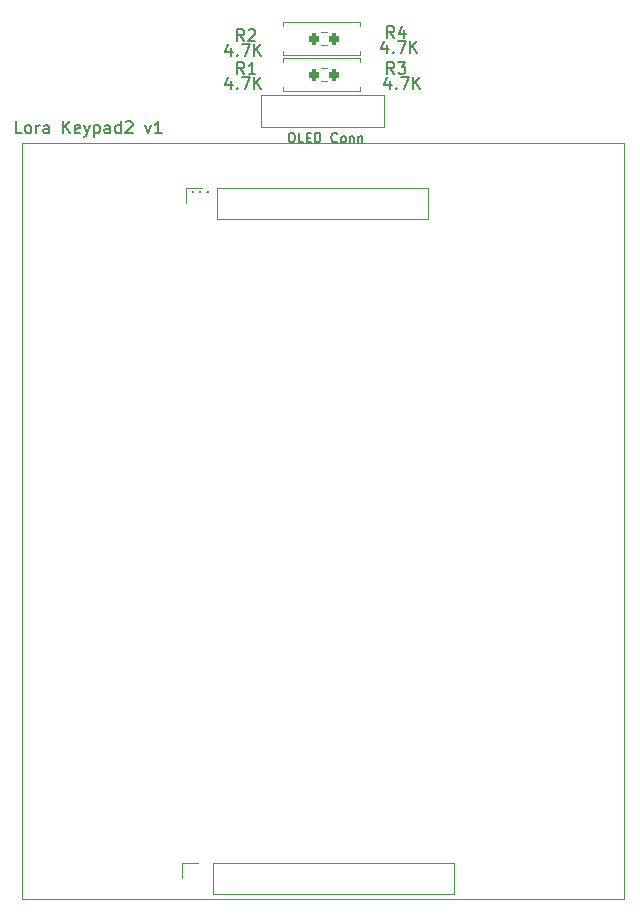
<source format=gbr>
%TF.GenerationSoftware,KiCad,Pcbnew,7.0.7*%
%TF.CreationDate,2023-09-12T20:42:17-04:00*%
%TF.ProjectId,Lora_Keypad2,4c6f7261-5f4b-4657-9970-6164322e6b69,v1*%
%TF.SameCoordinates,Original*%
%TF.FileFunction,Legend,Top*%
%TF.FilePolarity,Positive*%
%FSLAX46Y46*%
G04 Gerber Fmt 4.6, Leading zero omitted, Abs format (unit mm)*
G04 Created by KiCad (PCBNEW 7.0.7) date 2023-09-12 20:42:17*
%MOMM*%
%LPD*%
G01*
G04 APERTURE LIST*
G04 Aperture macros list*
%AMRoundRect*
0 Rectangle with rounded corners*
0 $1 Rounding radius*
0 $2 $3 $4 $5 $6 $7 $8 $9 X,Y pos of 4 corners*
0 Add a 4 corners polygon primitive as box body*
4,1,4,$2,$3,$4,$5,$6,$7,$8,$9,$2,$3,0*
0 Add four circle primitives for the rounded corners*
1,1,$1+$1,$2,$3*
1,1,$1+$1,$4,$5*
1,1,$1+$1,$6,$7*
1,1,$1+$1,$8,$9*
0 Add four rect primitives between the rounded corners*
20,1,$1+$1,$2,$3,$4,$5,0*
20,1,$1+$1,$4,$5,$6,$7,0*
20,1,$1+$1,$6,$7,$8,$9,0*
20,1,$1+$1,$8,$9,$2,$3,0*%
G04 Aperture macros list end*
%ADD10C,0.150000*%
%ADD11C,0.120000*%
%ADD12R,1.700000X1.700000*%
%ADD13O,1.700000X1.700000*%
%ADD14C,5.000000*%
%ADD15C,1.700000*%
%ADD16C,1.600000*%
%ADD17O,1.600000X1.600000*%
%ADD18RoundRect,0.200000X0.200000X0.275000X-0.200000X0.275000X-0.200000X-0.275000X0.200000X-0.275000X0*%
%ADD19C,1.727200*%
%ADD20R,1.600000X1.600000*%
G04 APERTURE END LIST*
D10*
X174294969Y-65401819D02*
X173818779Y-65401819D01*
X173818779Y-65401819D02*
X173818779Y-64401819D01*
X174771160Y-65401819D02*
X174675922Y-65354200D01*
X174675922Y-65354200D02*
X174628303Y-65306580D01*
X174628303Y-65306580D02*
X174580684Y-65211342D01*
X174580684Y-65211342D02*
X174580684Y-64925628D01*
X174580684Y-64925628D02*
X174628303Y-64830390D01*
X174628303Y-64830390D02*
X174675922Y-64782771D01*
X174675922Y-64782771D02*
X174771160Y-64735152D01*
X174771160Y-64735152D02*
X174914017Y-64735152D01*
X174914017Y-64735152D02*
X175009255Y-64782771D01*
X175009255Y-64782771D02*
X175056874Y-64830390D01*
X175056874Y-64830390D02*
X175104493Y-64925628D01*
X175104493Y-64925628D02*
X175104493Y-65211342D01*
X175104493Y-65211342D02*
X175056874Y-65306580D01*
X175056874Y-65306580D02*
X175009255Y-65354200D01*
X175009255Y-65354200D02*
X174914017Y-65401819D01*
X174914017Y-65401819D02*
X174771160Y-65401819D01*
X175533065Y-65401819D02*
X175533065Y-64735152D01*
X175533065Y-64925628D02*
X175580684Y-64830390D01*
X175580684Y-64830390D02*
X175628303Y-64782771D01*
X175628303Y-64782771D02*
X175723541Y-64735152D01*
X175723541Y-64735152D02*
X175818779Y-64735152D01*
X176580684Y-65401819D02*
X176580684Y-64878009D01*
X176580684Y-64878009D02*
X176533065Y-64782771D01*
X176533065Y-64782771D02*
X176437827Y-64735152D01*
X176437827Y-64735152D02*
X176247351Y-64735152D01*
X176247351Y-64735152D02*
X176152113Y-64782771D01*
X176580684Y-65354200D02*
X176485446Y-65401819D01*
X176485446Y-65401819D02*
X176247351Y-65401819D01*
X176247351Y-65401819D02*
X176152113Y-65354200D01*
X176152113Y-65354200D02*
X176104494Y-65258961D01*
X176104494Y-65258961D02*
X176104494Y-65163723D01*
X176104494Y-65163723D02*
X176152113Y-65068485D01*
X176152113Y-65068485D02*
X176247351Y-65020866D01*
X176247351Y-65020866D02*
X176485446Y-65020866D01*
X176485446Y-65020866D02*
X176580684Y-64973247D01*
X177818780Y-65401819D02*
X177818780Y-64401819D01*
X178390208Y-65401819D02*
X177961637Y-64830390D01*
X178390208Y-64401819D02*
X177818780Y-64973247D01*
X179199732Y-65354200D02*
X179104494Y-65401819D01*
X179104494Y-65401819D02*
X178914018Y-65401819D01*
X178914018Y-65401819D02*
X178818780Y-65354200D01*
X178818780Y-65354200D02*
X178771161Y-65258961D01*
X178771161Y-65258961D02*
X178771161Y-64878009D01*
X178771161Y-64878009D02*
X178818780Y-64782771D01*
X178818780Y-64782771D02*
X178914018Y-64735152D01*
X178914018Y-64735152D02*
X179104494Y-64735152D01*
X179104494Y-64735152D02*
X179199732Y-64782771D01*
X179199732Y-64782771D02*
X179247351Y-64878009D01*
X179247351Y-64878009D02*
X179247351Y-64973247D01*
X179247351Y-64973247D02*
X178771161Y-65068485D01*
X179580685Y-64735152D02*
X179818780Y-65401819D01*
X180056875Y-64735152D02*
X179818780Y-65401819D01*
X179818780Y-65401819D02*
X179723542Y-65639914D01*
X179723542Y-65639914D02*
X179675923Y-65687533D01*
X179675923Y-65687533D02*
X179580685Y-65735152D01*
X180437828Y-64735152D02*
X180437828Y-65735152D01*
X180437828Y-64782771D02*
X180533066Y-64735152D01*
X180533066Y-64735152D02*
X180723542Y-64735152D01*
X180723542Y-64735152D02*
X180818780Y-64782771D01*
X180818780Y-64782771D02*
X180866399Y-64830390D01*
X180866399Y-64830390D02*
X180914018Y-64925628D01*
X180914018Y-64925628D02*
X180914018Y-65211342D01*
X180914018Y-65211342D02*
X180866399Y-65306580D01*
X180866399Y-65306580D02*
X180818780Y-65354200D01*
X180818780Y-65354200D02*
X180723542Y-65401819D01*
X180723542Y-65401819D02*
X180533066Y-65401819D01*
X180533066Y-65401819D02*
X180437828Y-65354200D01*
X181771161Y-65401819D02*
X181771161Y-64878009D01*
X181771161Y-64878009D02*
X181723542Y-64782771D01*
X181723542Y-64782771D02*
X181628304Y-64735152D01*
X181628304Y-64735152D02*
X181437828Y-64735152D01*
X181437828Y-64735152D02*
X181342590Y-64782771D01*
X181771161Y-65354200D02*
X181675923Y-65401819D01*
X181675923Y-65401819D02*
X181437828Y-65401819D01*
X181437828Y-65401819D02*
X181342590Y-65354200D01*
X181342590Y-65354200D02*
X181294971Y-65258961D01*
X181294971Y-65258961D02*
X181294971Y-65163723D01*
X181294971Y-65163723D02*
X181342590Y-65068485D01*
X181342590Y-65068485D02*
X181437828Y-65020866D01*
X181437828Y-65020866D02*
X181675923Y-65020866D01*
X181675923Y-65020866D02*
X181771161Y-64973247D01*
X182675923Y-65401819D02*
X182675923Y-64401819D01*
X182675923Y-65354200D02*
X182580685Y-65401819D01*
X182580685Y-65401819D02*
X182390209Y-65401819D01*
X182390209Y-65401819D02*
X182294971Y-65354200D01*
X182294971Y-65354200D02*
X182247352Y-65306580D01*
X182247352Y-65306580D02*
X182199733Y-65211342D01*
X182199733Y-65211342D02*
X182199733Y-64925628D01*
X182199733Y-64925628D02*
X182247352Y-64830390D01*
X182247352Y-64830390D02*
X182294971Y-64782771D01*
X182294971Y-64782771D02*
X182390209Y-64735152D01*
X182390209Y-64735152D02*
X182580685Y-64735152D01*
X182580685Y-64735152D02*
X182675923Y-64782771D01*
X183104495Y-64497057D02*
X183152114Y-64449438D01*
X183152114Y-64449438D02*
X183247352Y-64401819D01*
X183247352Y-64401819D02*
X183485447Y-64401819D01*
X183485447Y-64401819D02*
X183580685Y-64449438D01*
X183580685Y-64449438D02*
X183628304Y-64497057D01*
X183628304Y-64497057D02*
X183675923Y-64592295D01*
X183675923Y-64592295D02*
X183675923Y-64687533D01*
X183675923Y-64687533D02*
X183628304Y-64830390D01*
X183628304Y-64830390D02*
X183056876Y-65401819D01*
X183056876Y-65401819D02*
X183675923Y-65401819D01*
X184771162Y-64735152D02*
X185009257Y-65401819D01*
X185009257Y-65401819D02*
X185247352Y-64735152D01*
X186152114Y-65401819D02*
X185580686Y-65401819D01*
X185866400Y-65401819D02*
X185866400Y-64401819D01*
X185866400Y-64401819D02*
X185771162Y-64544676D01*
X185771162Y-64544676D02*
X185675924Y-64639914D01*
X185675924Y-64639914D02*
X185580686Y-64687533D01*
X188785595Y-70309819D02*
X188785595Y-71119342D01*
X188785595Y-71119342D02*
X188833214Y-71214580D01*
X188833214Y-71214580D02*
X188880833Y-71262200D01*
X188880833Y-71262200D02*
X188976071Y-71309819D01*
X188976071Y-71309819D02*
X189166547Y-71309819D01*
X189166547Y-71309819D02*
X189261785Y-71262200D01*
X189261785Y-71262200D02*
X189309404Y-71214580D01*
X189309404Y-71214580D02*
X189357023Y-71119342D01*
X189357023Y-71119342D02*
X189357023Y-70309819D01*
X190357023Y-71309819D02*
X189785595Y-71309819D01*
X190071309Y-71309819D02*
X190071309Y-70309819D01*
X190071309Y-70309819D02*
X189976071Y-70452676D01*
X189976071Y-70452676D02*
X189880833Y-70547914D01*
X189880833Y-70547914D02*
X189785595Y-70595533D01*
X197072618Y-65394295D02*
X197224999Y-65394295D01*
X197224999Y-65394295D02*
X197301189Y-65432390D01*
X197301189Y-65432390D02*
X197377380Y-65508580D01*
X197377380Y-65508580D02*
X197415475Y-65660961D01*
X197415475Y-65660961D02*
X197415475Y-65927628D01*
X197415475Y-65927628D02*
X197377380Y-66080009D01*
X197377380Y-66080009D02*
X197301189Y-66156200D01*
X197301189Y-66156200D02*
X197224999Y-66194295D01*
X197224999Y-66194295D02*
X197072618Y-66194295D01*
X197072618Y-66194295D02*
X196996427Y-66156200D01*
X196996427Y-66156200D02*
X196920237Y-66080009D01*
X196920237Y-66080009D02*
X196882141Y-65927628D01*
X196882141Y-65927628D02*
X196882141Y-65660961D01*
X196882141Y-65660961D02*
X196920237Y-65508580D01*
X196920237Y-65508580D02*
X196996427Y-65432390D01*
X196996427Y-65432390D02*
X197072618Y-65394295D01*
X198139284Y-66194295D02*
X197758332Y-66194295D01*
X197758332Y-66194295D02*
X197758332Y-65394295D01*
X198405951Y-65775247D02*
X198672617Y-65775247D01*
X198786903Y-66194295D02*
X198405951Y-66194295D01*
X198405951Y-66194295D02*
X198405951Y-65394295D01*
X198405951Y-65394295D02*
X198786903Y-65394295D01*
X199129761Y-66194295D02*
X199129761Y-65394295D01*
X199129761Y-65394295D02*
X199320237Y-65394295D01*
X199320237Y-65394295D02*
X199434523Y-65432390D01*
X199434523Y-65432390D02*
X199510713Y-65508580D01*
X199510713Y-65508580D02*
X199548808Y-65584771D01*
X199548808Y-65584771D02*
X199586904Y-65737152D01*
X199586904Y-65737152D02*
X199586904Y-65851438D01*
X199586904Y-65851438D02*
X199548808Y-66003819D01*
X199548808Y-66003819D02*
X199510713Y-66080009D01*
X199510713Y-66080009D02*
X199434523Y-66156200D01*
X199434523Y-66156200D02*
X199320237Y-66194295D01*
X199320237Y-66194295D02*
X199129761Y-66194295D01*
X200996428Y-66118104D02*
X200958332Y-66156200D01*
X200958332Y-66156200D02*
X200844047Y-66194295D01*
X200844047Y-66194295D02*
X200767856Y-66194295D01*
X200767856Y-66194295D02*
X200653570Y-66156200D01*
X200653570Y-66156200D02*
X200577380Y-66080009D01*
X200577380Y-66080009D02*
X200539285Y-66003819D01*
X200539285Y-66003819D02*
X200501189Y-65851438D01*
X200501189Y-65851438D02*
X200501189Y-65737152D01*
X200501189Y-65737152D02*
X200539285Y-65584771D01*
X200539285Y-65584771D02*
X200577380Y-65508580D01*
X200577380Y-65508580D02*
X200653570Y-65432390D01*
X200653570Y-65432390D02*
X200767856Y-65394295D01*
X200767856Y-65394295D02*
X200844047Y-65394295D01*
X200844047Y-65394295D02*
X200958332Y-65432390D01*
X200958332Y-65432390D02*
X200996428Y-65470485D01*
X201453570Y-66194295D02*
X201377380Y-66156200D01*
X201377380Y-66156200D02*
X201339285Y-66118104D01*
X201339285Y-66118104D02*
X201301189Y-66041914D01*
X201301189Y-66041914D02*
X201301189Y-65813342D01*
X201301189Y-65813342D02*
X201339285Y-65737152D01*
X201339285Y-65737152D02*
X201377380Y-65699057D01*
X201377380Y-65699057D02*
X201453570Y-65660961D01*
X201453570Y-65660961D02*
X201567856Y-65660961D01*
X201567856Y-65660961D02*
X201644047Y-65699057D01*
X201644047Y-65699057D02*
X201682142Y-65737152D01*
X201682142Y-65737152D02*
X201720237Y-65813342D01*
X201720237Y-65813342D02*
X201720237Y-66041914D01*
X201720237Y-66041914D02*
X201682142Y-66118104D01*
X201682142Y-66118104D02*
X201644047Y-66156200D01*
X201644047Y-66156200D02*
X201567856Y-66194295D01*
X201567856Y-66194295D02*
X201453570Y-66194295D01*
X202063095Y-65660961D02*
X202063095Y-66194295D01*
X202063095Y-65737152D02*
X202101190Y-65699057D01*
X202101190Y-65699057D02*
X202177380Y-65660961D01*
X202177380Y-65660961D02*
X202291666Y-65660961D01*
X202291666Y-65660961D02*
X202367857Y-65699057D01*
X202367857Y-65699057D02*
X202405952Y-65775247D01*
X202405952Y-65775247D02*
X202405952Y-66194295D01*
X202786905Y-65660961D02*
X202786905Y-66194295D01*
X202786905Y-65737152D02*
X202825000Y-65699057D01*
X202825000Y-65699057D02*
X202901190Y-65660961D01*
X202901190Y-65660961D02*
X203015476Y-65660961D01*
X203015476Y-65660961D02*
X203091667Y-65699057D01*
X203091667Y-65699057D02*
X203129762Y-65775247D01*
X203129762Y-65775247D02*
X203129762Y-66194295D01*
X205827333Y-60398819D02*
X205494000Y-59922628D01*
X205255905Y-60398819D02*
X205255905Y-59398819D01*
X205255905Y-59398819D02*
X205636857Y-59398819D01*
X205636857Y-59398819D02*
X205732095Y-59446438D01*
X205732095Y-59446438D02*
X205779714Y-59494057D01*
X205779714Y-59494057D02*
X205827333Y-59589295D01*
X205827333Y-59589295D02*
X205827333Y-59732152D01*
X205827333Y-59732152D02*
X205779714Y-59827390D01*
X205779714Y-59827390D02*
X205732095Y-59875009D01*
X205732095Y-59875009D02*
X205636857Y-59922628D01*
X205636857Y-59922628D02*
X205255905Y-59922628D01*
X206160667Y-59398819D02*
X206779714Y-59398819D01*
X206779714Y-59398819D02*
X206446381Y-59779771D01*
X206446381Y-59779771D02*
X206589238Y-59779771D01*
X206589238Y-59779771D02*
X206684476Y-59827390D01*
X206684476Y-59827390D02*
X206732095Y-59875009D01*
X206732095Y-59875009D02*
X206779714Y-59970247D01*
X206779714Y-59970247D02*
X206779714Y-60208342D01*
X206779714Y-60208342D02*
X206732095Y-60303580D01*
X206732095Y-60303580D02*
X206684476Y-60351200D01*
X206684476Y-60351200D02*
X206589238Y-60398819D01*
X206589238Y-60398819D02*
X206303524Y-60398819D01*
X206303524Y-60398819D02*
X206208286Y-60351200D01*
X206208286Y-60351200D02*
X206160667Y-60303580D01*
X205478190Y-61002152D02*
X205478190Y-61668819D01*
X205240095Y-60621200D02*
X205002000Y-61335485D01*
X205002000Y-61335485D02*
X205621047Y-61335485D01*
X206002000Y-61573580D02*
X206049619Y-61621200D01*
X206049619Y-61621200D02*
X206002000Y-61668819D01*
X206002000Y-61668819D02*
X205954381Y-61621200D01*
X205954381Y-61621200D02*
X206002000Y-61573580D01*
X206002000Y-61573580D02*
X206002000Y-61668819D01*
X206382952Y-60668819D02*
X207049618Y-60668819D01*
X207049618Y-60668819D02*
X206621047Y-61668819D01*
X207430571Y-61668819D02*
X207430571Y-60668819D01*
X208001999Y-61668819D02*
X207573428Y-61097390D01*
X208001999Y-60668819D02*
X207430571Y-61240247D01*
X193127333Y-60398819D02*
X192794000Y-59922628D01*
X192555905Y-60398819D02*
X192555905Y-59398819D01*
X192555905Y-59398819D02*
X192936857Y-59398819D01*
X192936857Y-59398819D02*
X193032095Y-59446438D01*
X193032095Y-59446438D02*
X193079714Y-59494057D01*
X193079714Y-59494057D02*
X193127333Y-59589295D01*
X193127333Y-59589295D02*
X193127333Y-59732152D01*
X193127333Y-59732152D02*
X193079714Y-59827390D01*
X193079714Y-59827390D02*
X193032095Y-59875009D01*
X193032095Y-59875009D02*
X192936857Y-59922628D01*
X192936857Y-59922628D02*
X192555905Y-59922628D01*
X194079714Y-60398819D02*
X193508286Y-60398819D01*
X193794000Y-60398819D02*
X193794000Y-59398819D01*
X193794000Y-59398819D02*
X193698762Y-59541676D01*
X193698762Y-59541676D02*
X193603524Y-59636914D01*
X193603524Y-59636914D02*
X193508286Y-59684533D01*
X192016190Y-61002152D02*
X192016190Y-61668819D01*
X191778095Y-60621200D02*
X191540000Y-61335485D01*
X191540000Y-61335485D02*
X192159047Y-61335485D01*
X192540000Y-61573580D02*
X192587619Y-61621200D01*
X192587619Y-61621200D02*
X192540000Y-61668819D01*
X192540000Y-61668819D02*
X192492381Y-61621200D01*
X192492381Y-61621200D02*
X192540000Y-61573580D01*
X192540000Y-61573580D02*
X192540000Y-61668819D01*
X192920952Y-60668819D02*
X193587618Y-60668819D01*
X193587618Y-60668819D02*
X193159047Y-61668819D01*
X193968571Y-61668819D02*
X193968571Y-60668819D01*
X194539999Y-61668819D02*
X194111428Y-61097390D01*
X194539999Y-60668819D02*
X193968571Y-61240247D01*
X205827333Y-57350819D02*
X205494000Y-56874628D01*
X205255905Y-57350819D02*
X205255905Y-56350819D01*
X205255905Y-56350819D02*
X205636857Y-56350819D01*
X205636857Y-56350819D02*
X205732095Y-56398438D01*
X205732095Y-56398438D02*
X205779714Y-56446057D01*
X205779714Y-56446057D02*
X205827333Y-56541295D01*
X205827333Y-56541295D02*
X205827333Y-56684152D01*
X205827333Y-56684152D02*
X205779714Y-56779390D01*
X205779714Y-56779390D02*
X205732095Y-56827009D01*
X205732095Y-56827009D02*
X205636857Y-56874628D01*
X205636857Y-56874628D02*
X205255905Y-56874628D01*
X206684476Y-56684152D02*
X206684476Y-57350819D01*
X206446381Y-56303200D02*
X206208286Y-57017485D01*
X206208286Y-57017485D02*
X206827333Y-57017485D01*
X205224190Y-57954152D02*
X205224190Y-58620819D01*
X204986095Y-57573200D02*
X204748000Y-58287485D01*
X204748000Y-58287485D02*
X205367047Y-58287485D01*
X205748000Y-58525580D02*
X205795619Y-58573200D01*
X205795619Y-58573200D02*
X205748000Y-58620819D01*
X205748000Y-58620819D02*
X205700381Y-58573200D01*
X205700381Y-58573200D02*
X205748000Y-58525580D01*
X205748000Y-58525580D02*
X205748000Y-58620819D01*
X206128952Y-57620819D02*
X206795618Y-57620819D01*
X206795618Y-57620819D02*
X206367047Y-58620819D01*
X207176571Y-58620819D02*
X207176571Y-57620819D01*
X207747999Y-58620819D02*
X207319428Y-58049390D01*
X207747999Y-57620819D02*
X207176571Y-58192247D01*
X193127333Y-57604819D02*
X192794000Y-57128628D01*
X192555905Y-57604819D02*
X192555905Y-56604819D01*
X192555905Y-56604819D02*
X192936857Y-56604819D01*
X192936857Y-56604819D02*
X193032095Y-56652438D01*
X193032095Y-56652438D02*
X193079714Y-56700057D01*
X193079714Y-56700057D02*
X193127333Y-56795295D01*
X193127333Y-56795295D02*
X193127333Y-56938152D01*
X193127333Y-56938152D02*
X193079714Y-57033390D01*
X193079714Y-57033390D02*
X193032095Y-57081009D01*
X193032095Y-57081009D02*
X192936857Y-57128628D01*
X192936857Y-57128628D02*
X192555905Y-57128628D01*
X193508286Y-56700057D02*
X193555905Y-56652438D01*
X193555905Y-56652438D02*
X193651143Y-56604819D01*
X193651143Y-56604819D02*
X193889238Y-56604819D01*
X193889238Y-56604819D02*
X193984476Y-56652438D01*
X193984476Y-56652438D02*
X194032095Y-56700057D01*
X194032095Y-56700057D02*
X194079714Y-56795295D01*
X194079714Y-56795295D02*
X194079714Y-56890533D01*
X194079714Y-56890533D02*
X194032095Y-57033390D01*
X194032095Y-57033390D02*
X193460667Y-57604819D01*
X193460667Y-57604819D02*
X194079714Y-57604819D01*
X192016190Y-58208152D02*
X192016190Y-58874819D01*
X191778095Y-57827200D02*
X191540000Y-58541485D01*
X191540000Y-58541485D02*
X192159047Y-58541485D01*
X192540000Y-58779580D02*
X192587619Y-58827200D01*
X192587619Y-58827200D02*
X192540000Y-58874819D01*
X192540000Y-58874819D02*
X192492381Y-58827200D01*
X192492381Y-58827200D02*
X192540000Y-58779580D01*
X192540000Y-58779580D02*
X192540000Y-58874819D01*
X192920952Y-57874819D02*
X193587618Y-57874819D01*
X193587618Y-57874819D02*
X193159047Y-58874819D01*
X193968571Y-58874819D02*
X193968571Y-57874819D01*
X194539999Y-58874819D02*
X194111428Y-58303390D01*
X194539999Y-57874819D02*
X193968571Y-58446247D01*
D11*
%TO.C,U1*%
X174307500Y-66275000D02*
X174307500Y-130275000D01*
X174307500Y-66275000D02*
X225307500Y-66275000D01*
X187900000Y-127175000D02*
X189230000Y-127175000D01*
X187900000Y-128505000D02*
X187900000Y-127175000D01*
X188217500Y-70025000D02*
X189547500Y-70025000D01*
X188217500Y-71355000D02*
X188217500Y-70025000D01*
X190500000Y-127175000D02*
X210880000Y-127175000D01*
X190500000Y-129835000D02*
X190500000Y-127175000D01*
X190500000Y-129835000D02*
X210880000Y-129835000D01*
X190817500Y-70025000D02*
X208657500Y-70025000D01*
X190817500Y-72685000D02*
X190817500Y-70025000D01*
X190817500Y-72685000D02*
X208657500Y-72685000D01*
X208657500Y-72685000D02*
X208657500Y-70025000D01*
X210880000Y-129835000D02*
X210880000Y-127175000D01*
X225307500Y-66275000D02*
X225307500Y-130275000D01*
X225307500Y-130275000D02*
X174307500Y-130275000D01*
%TO.C,J1*%
X204961000Y-62140000D02*
X204961000Y-64860000D01*
X204961000Y-62140000D02*
X194581000Y-62140000D01*
X194581000Y-64860000D02*
X204961000Y-64860000D01*
X194581000Y-62140000D02*
X194581000Y-64860000D01*
%TO.C,R3*%
X202914000Y-61822000D02*
X196374000Y-61822000D01*
X202914000Y-61492000D02*
X202914000Y-61822000D01*
X202914000Y-59412000D02*
X202914000Y-59082000D01*
X202914000Y-59082000D02*
X196374000Y-59082000D01*
X196374000Y-61822000D02*
X196374000Y-61492000D01*
X196374000Y-59082000D02*
X196374000Y-59412000D01*
%TO.C,R1*%
X200135258Y-60974500D02*
X199660742Y-60974500D01*
X200135258Y-59929500D02*
X199660742Y-59929500D01*
%TO.C,R4*%
X202914000Y-58774000D02*
X196374000Y-58774000D01*
X202914000Y-58444000D02*
X202914000Y-58774000D01*
X202914000Y-56364000D02*
X202914000Y-56034000D01*
X202914000Y-56034000D02*
X196374000Y-56034000D01*
X196374000Y-58774000D02*
X196374000Y-58444000D01*
X196374000Y-56034000D02*
X196374000Y-56364000D01*
%TO.C,R2*%
X200135258Y-57926500D02*
X199660742Y-57926500D01*
X200135258Y-56881500D02*
X199660742Y-56881500D01*
%TD*%
%LPC*%
D12*
%TO.C,U1*%
X189547500Y-71355000D03*
D13*
X192087500Y-71355000D03*
X194627500Y-71355000D03*
X197167500Y-71355000D03*
X199707500Y-71355000D03*
X202247500Y-71355000D03*
X204787500Y-71355000D03*
X207327500Y-71355000D03*
D12*
X189230000Y-128505000D03*
D13*
X191770000Y-128505000D03*
X194310000Y-128505000D03*
X196850000Y-128505000D03*
X199390000Y-128505000D03*
X201930000Y-128505000D03*
X204470000Y-128505000D03*
X207010000Y-128505000D03*
X209550000Y-128505000D03*
%TD*%
D14*
%TO.C,J1*%
X211421000Y-63000000D03*
X188121000Y-63000000D03*
D15*
X195971000Y-63500000D03*
X198471000Y-63500000D03*
X201071000Y-63500000D03*
X203571000Y-63500000D03*
%TD*%
D16*
%TO.C,R3*%
X203454000Y-60452000D03*
D17*
X195834000Y-60452000D03*
%TD*%
D18*
%TO.C,R1*%
X200723000Y-60452000D03*
X199073000Y-60452000D03*
%TD*%
D16*
%TO.C,R4*%
X203454000Y-57404000D03*
D17*
X195834000Y-57404000D03*
%TD*%
D18*
%TO.C,R2*%
X200723000Y-57404000D03*
X199073000Y-57404000D03*
%TD*%
D19*
%TO.C,A2*%
X211551520Y-122326400D03*
X209550000Y-122326400D03*
X207551020Y-122326400D03*
X205549500Y-122326400D03*
X203550520Y-122326400D03*
X201551540Y-122326400D03*
X199550020Y-122326400D03*
X197551040Y-122326400D03*
X195549520Y-122326400D03*
X193550540Y-122326400D03*
X193550540Y-100330000D03*
X195549520Y-100330000D03*
X197551040Y-100330000D03*
X199550020Y-100330000D03*
X201551540Y-100330000D03*
X203550520Y-100330000D03*
X205549500Y-100330000D03*
X207551020Y-100330000D03*
X209550000Y-100330000D03*
X211551520Y-100330000D03*
%TD*%
D20*
%TO.C,A1*%
X218440000Y-95250000D03*
D16*
X215900000Y-95250000D03*
X213360000Y-95250000D03*
X210820000Y-95250000D03*
X208280000Y-95250000D03*
X205740000Y-95250000D03*
X203200000Y-95250000D03*
X200660000Y-95250000D03*
X198120000Y-95250000D03*
X195580000Y-95250000D03*
X193040000Y-95250000D03*
X190500000Y-95250000D03*
X187960000Y-95250000D03*
X185420000Y-95250000D03*
X182880000Y-95250000D03*
X180340000Y-95250000D03*
X180340000Y-74930000D03*
X182880000Y-74930000D03*
X185420000Y-74930000D03*
X187960000Y-74930000D03*
X190500000Y-74930000D03*
X193040000Y-74930000D03*
X195580000Y-74930000D03*
X198120000Y-74930000D03*
X200660000Y-74930000D03*
X203200000Y-74930000D03*
X205740000Y-74930000D03*
X208280000Y-74930000D03*
%TD*%
%LPD*%
M02*

</source>
